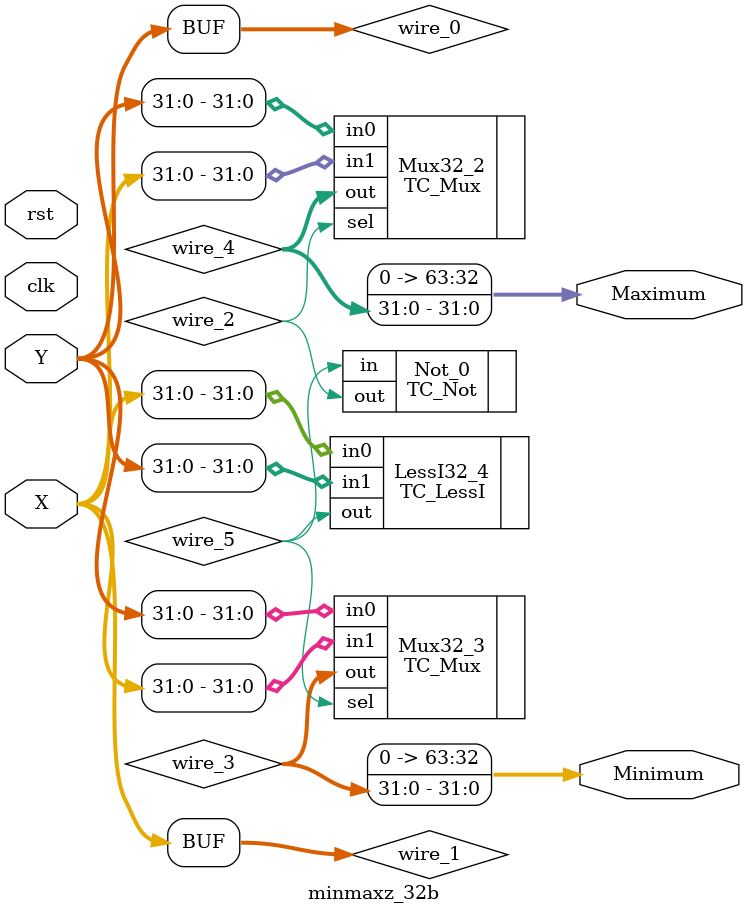
<source format=v>
module minmaxz_32b (clk, rst, X, Y, Minimum, Maximum);
  parameter UUID = 0;
  parameter NAME = "";
  input wire clk;
  input wire rst;

  input  wire [63:0] X;
  input  wire [63:0] Y;
  output  wire [63:0] Minimum;
  output  wire [63:0] Maximum;

  TC_Not # (.UUID(64'd4161695322833104336 ^ UUID), .BIT_WIDTH(64'd1)) Not_0 (.in(wire_5), .out(wire_2));
  TC_Constant # (.UUID(64'd2146536127101255326 ^ UUID), .BIT_WIDTH(64'd1), .value(1'd0)) Off_1 (.out());
  TC_Mux # (.UUID(64'd807069437680946512 ^ UUID), .BIT_WIDTH(64'd32)) Mux32_2 (.sel(wire_2), .in0(wire_0[31:0]), .in1(wire_1[31:0]), .out(wire_4));
  TC_Mux # (.UUID(64'd4000245856948200043 ^ UUID), .BIT_WIDTH(64'd32)) Mux32_3 (.sel(wire_5), .in0(wire_0[31:0]), .in1(wire_1[31:0]), .out(wire_3));
  TC_LessI # (.UUID(64'd954040292442200866 ^ UUID), .BIT_WIDTH(64'd32)) LessI32_4 (.in0(wire_1[31:0]), .in1(wire_0[31:0]), .out(wire_5));

  wire [63:0] wire_0;
  assign wire_0 = Y;
  wire [63:0] wire_1;
  assign wire_1 = X;
  wire [0:0] wire_2;
  wire [31:0] wire_3;
  assign Minimum = {{32{1'b0}}, wire_3 };
  wire [31:0] wire_4;
  assign Maximum = {{32{1'b0}}, wire_4 };
  wire [0:0] wire_5;

endmodule

</source>
